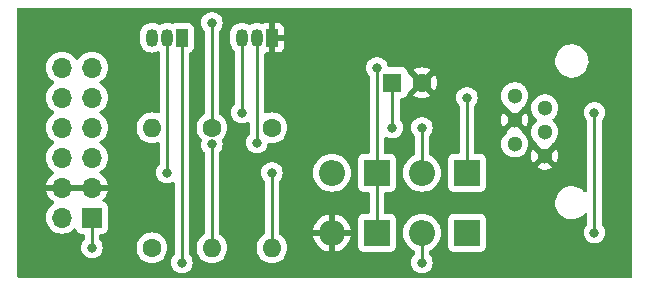
<source format=gbr>
%TF.GenerationSoftware,KiCad,Pcbnew,7.0.7*%
%TF.CreationDate,2023-08-26T11:09:00+02:00*%
%TF.ProjectId,slimme_meter_pmod,736c696d-6d65-45f6-9d65-7465725f706d,rev?*%
%TF.SameCoordinates,Original*%
%TF.FileFunction,Copper,L2,Bot*%
%TF.FilePolarity,Positive*%
%FSLAX46Y46*%
G04 Gerber Fmt 4.6, Leading zero omitted, Abs format (unit mm)*
G04 Created by KiCad (PCBNEW 7.0.7) date 2023-08-26 11:09:00*
%MOMM*%
%LPD*%
G01*
G04 APERTURE LIST*
%TA.AperFunction,ComponentPad*%
%ADD10R,2.200000X2.200000*%
%TD*%
%TA.AperFunction,ComponentPad*%
%ADD11O,2.200000X2.200000*%
%TD*%
%TA.AperFunction,ComponentPad*%
%ADD12R,1.600000X1.600000*%
%TD*%
%TA.AperFunction,ComponentPad*%
%ADD13C,1.600000*%
%TD*%
%TA.AperFunction,ComponentPad*%
%ADD14R,1.050000X1.500000*%
%TD*%
%TA.AperFunction,ComponentPad*%
%ADD15O,1.050000X1.500000*%
%TD*%
%TA.AperFunction,ComponentPad*%
%ADD16R,1.700000X1.700000*%
%TD*%
%TA.AperFunction,ComponentPad*%
%ADD17O,1.700000X1.700000*%
%TD*%
%TA.AperFunction,ComponentPad*%
%ADD18O,1.600000X1.600000*%
%TD*%
%TA.AperFunction,ComponentPad*%
%ADD19C,1.300000*%
%TD*%
%TA.AperFunction,ViaPad*%
%ADD20C,0.800000*%
%TD*%
%TA.AperFunction,Conductor*%
%ADD21C,0.250000*%
%TD*%
G04 APERTURE END LIST*
D10*
%TO.P,D2,1,K*%
%TO.N,Net-(D2-K)*%
X130810000Y-64770000D03*
D11*
%TO.P,D2,2,A*%
%TO.N,+5V*%
X127000000Y-64770000D03*
%TD*%
%TO.P,D4,2,A*%
%TO.N,GND*%
X119380000Y-69850000D03*
D10*
%TO.P,D4,1,K*%
%TO.N,CTS*%
X123190000Y-69850000D03*
%TD*%
%TO.P,D3,1,K*%
%TO.N,CTS*%
X123190000Y-64770000D03*
D11*
%TO.P,D3,2,A*%
%TO.N,~{MCU_DATA_REQUEST}*%
X119380000Y-64770000D03*
%TD*%
D10*
%TO.P,D1,1,K*%
%TO.N,SM_DATA_REQUEST*%
X130810000Y-69850000D03*
D11*
%TO.P,D1,2,A*%
%TO.N,Net-(D1-A)*%
X127000000Y-69850000D03*
%TD*%
D12*
%TO.P,C1,1*%
%TO.N,+5V*%
X124500000Y-57150000D03*
D13*
%TO.P,C1,2*%
%TO.N,GND*%
X127000000Y-57150000D03*
%TD*%
D14*
%TO.P,Q1,1,D*%
%TO.N,Net-(D1-A)*%
X106680000Y-53340000D03*
D15*
%TO.P,Q1,2,G*%
%TO.N,~{MCU_DATA_REQUEST}*%
X105410000Y-53340000D03*
%TO.P,Q1,3,S*%
%TO.N,+5V*%
X104140000Y-53340000D03*
%TD*%
D14*
%TO.P,Q2,1,S*%
%TO.N,GND*%
X114300000Y-53340000D03*
D15*
%TO.P,Q2,2,G*%
%TO.N,~{SM_DATA}*%
X113030000Y-53340000D03*
%TO.P,Q2,3,D*%
%TO.N,MCU_DATA*%
X111760000Y-53340000D03*
%TD*%
D16*
%TO.P,J2,1,Pin_1*%
%TO.N,VCC*%
X99060000Y-68580000D03*
D17*
%TO.P,J2,2,Pin_2*%
X96520000Y-68580000D03*
%TO.P,J2,3,Pin_3*%
%TO.N,GND*%
X99060000Y-66040000D03*
%TO.P,J2,4,Pin_4*%
X96520000Y-66040000D03*
%TO.P,J2,5,Pin_5*%
%TO.N,RTS*%
X99060000Y-63500000D03*
%TO.P,J2,6,Pin_6*%
%TO.N,unconnected-(J2-Pin_6-Pad6)*%
X96520000Y-63500000D03*
%TO.P,J2,7,Pin_7*%
%TO.N,MCU_DATA*%
X99060000Y-60960000D03*
%TO.P,J2,8,Pin_8*%
%TO.N,unconnected-(J2-Pin_8-Pad8)*%
X96520000Y-60960000D03*
%TO.P,J2,9,Pin_9*%
%TO.N,TXD*%
X99060000Y-58420000D03*
%TO.P,J2,10,Pin_10*%
%TO.N,unconnected-(J2-Pin_10-Pad10)*%
X96520000Y-58420000D03*
%TO.P,J2,11,Pin_11*%
%TO.N,CTS*%
X99060000Y-55880000D03*
%TO.P,J2,12,Pin_12*%
%TO.N,unconnected-(J2-Pin_12-Pad12)*%
X96520000Y-55880000D03*
%TD*%
D13*
%TO.P,R2,1*%
%TO.N,+5V*%
X109220000Y-60960000D03*
D18*
%TO.P,R2,2*%
%TO.N,~{SM_DATA}*%
X109220000Y-71120000D03*
%TD*%
D13*
%TO.P,R3,1*%
%TO.N,+5V*%
X114300000Y-60960000D03*
D18*
%TO.P,R3,2*%
%TO.N,~{MCU_DATA_REQUEST}*%
X114300000Y-71120000D03*
%TD*%
D13*
%TO.P,R1,1*%
%TO.N,VCC*%
X104140000Y-71120000D03*
D18*
%TO.P,R1,2*%
%TO.N,MCU_DATA*%
X104140000Y-60960000D03*
%TD*%
D19*
%TO.P,J1,1*%
%TO.N,Net-(D2-K)*%
X134860000Y-58250000D03*
%TO.P,J1,2*%
%TO.N,SM_DATA_REQUEST*%
X137400000Y-59270000D03*
%TO.P,J1,3*%
%TO.N,GND*%
X134860000Y-60290000D03*
%TO.P,J1,4*%
%TO.N,unconnected-(J1-Pad4)*%
X137400000Y-61310000D03*
%TO.P,J1,5*%
%TO.N,~{SM_DATA}*%
X134860000Y-62330000D03*
%TO.P,J1,6*%
%TO.N,GND*%
X137400000Y-63350000D03*
%TD*%
D20*
%TO.N,~{MCU_DATA_REQUEST}*%
X105410000Y-64770000D03*
%TO.N,+5V*%
X127000000Y-60960000D03*
X124500000Y-60960000D03*
%TO.N,CTS*%
X123190000Y-55880000D03*
%TO.N,~{MCU_DATA_REQUEST}*%
X114300000Y-64770000D03*
%TO.N,Net-(D1-A)*%
X127000000Y-72390000D03*
%TO.N,SM_DATA_REQUEST*%
X141605000Y-69850000D03*
X141605000Y-59690000D03*
%TO.N,Net-(D1-A)*%
X106680000Y-72390000D03*
%TO.N,Net-(D2-K)*%
X130810000Y-58420000D03*
%TO.N,+5V*%
X109220000Y-52070000D03*
%TO.N,~{SM_DATA}*%
X109220000Y-62359503D03*
X113030000Y-62230000D03*
%TO.N,MCU_DATA*%
X111760000Y-59690000D03*
%TO.N,VCC*%
X99060000Y-71120000D03*
%TD*%
D21*
%TO.N,~{MCU_DATA_REQUEST}*%
X105410000Y-53340000D02*
X105410000Y-64770000D01*
%TO.N,+5V*%
X127000000Y-60960000D02*
X127000000Y-64770000D01*
X124500000Y-57150000D02*
X124500000Y-60960000D01*
%TO.N,CTS*%
X123190000Y-64770000D02*
X123190000Y-55880000D01*
%TO.N,~{MCU_DATA_REQUEST}*%
X114300000Y-64770000D02*
X114300000Y-71120000D01*
%TO.N,CTS*%
X123190000Y-69850000D02*
X123190000Y-64770000D01*
%TO.N,Net-(D1-A)*%
X127000000Y-72390000D02*
X127000000Y-69850000D01*
%TO.N,SM_DATA_REQUEST*%
X141605000Y-59690000D02*
X141605000Y-69850000D01*
%TO.N,Net-(D1-A)*%
X106680000Y-72390000D02*
X106680000Y-53340000D01*
%TO.N,Net-(D2-K)*%
X130810000Y-64770000D02*
X130810000Y-58420000D01*
%TO.N,+5V*%
X109220000Y-60960000D02*
X109220000Y-52070000D01*
%TO.N,~{SM_DATA}*%
X109220000Y-71120000D02*
X109220000Y-62359503D01*
X113030000Y-62230000D02*
X113030000Y-53340000D01*
%TO.N,MCU_DATA*%
X111760000Y-59690000D02*
X111760000Y-53340000D01*
%TO.N,VCC*%
X99060000Y-71120000D02*
X99060000Y-68580000D01*
%TD*%
%TA.AperFunction,Conductor*%
%TO.N,GND*%
G36*
X98513692Y-65809685D02*
G01*
X98559447Y-65862489D01*
X98569391Y-65931647D01*
X98565631Y-65948933D01*
X98560000Y-65968111D01*
X98560000Y-66111888D01*
X98565631Y-66131067D01*
X98565630Y-66200936D01*
X98527855Y-66259714D01*
X98464299Y-66288738D01*
X98446653Y-66290000D01*
X97133347Y-66290000D01*
X97066308Y-66270315D01*
X97020553Y-66217511D01*
X97010609Y-66148353D01*
X97014369Y-66131067D01*
X97020000Y-66111888D01*
X97020000Y-65968111D01*
X97014369Y-65948933D01*
X97014370Y-65879064D01*
X97052145Y-65820286D01*
X97115701Y-65791262D01*
X97133347Y-65790000D01*
X98446653Y-65790000D01*
X98513692Y-65809685D01*
G37*
%TD.AperFunction*%
%TA.AperFunction,Conductor*%
G36*
X144722539Y-50820185D02*
G01*
X144768294Y-50872989D01*
X144779500Y-50924500D01*
X144779500Y-73535500D01*
X144759815Y-73602539D01*
X144707011Y-73648294D01*
X144655500Y-73659500D01*
X92834500Y-73659500D01*
X92767461Y-73639815D01*
X92721706Y-73587011D01*
X92710500Y-73535500D01*
X92710500Y-68580000D01*
X95164341Y-68580000D01*
X95184936Y-68815403D01*
X95184938Y-68815413D01*
X95246094Y-69043655D01*
X95246096Y-69043659D01*
X95246097Y-69043663D01*
X95318491Y-69198912D01*
X95345965Y-69257830D01*
X95345967Y-69257834D01*
X95386287Y-69315416D01*
X95481505Y-69451401D01*
X95648599Y-69618495D01*
X95725710Y-69672489D01*
X95842165Y-69754032D01*
X95842167Y-69754033D01*
X95842170Y-69754035D01*
X96056337Y-69853903D01*
X96284592Y-69915063D01*
X96461034Y-69930500D01*
X96519999Y-69935659D01*
X96520000Y-69935659D01*
X96520001Y-69935659D01*
X96578966Y-69930500D01*
X96755408Y-69915063D01*
X96983663Y-69853903D01*
X97197830Y-69754035D01*
X97391401Y-69618495D01*
X97513329Y-69496566D01*
X97574648Y-69463084D01*
X97644340Y-69468068D01*
X97700274Y-69509939D01*
X97717189Y-69540917D01*
X97766202Y-69672328D01*
X97766206Y-69672335D01*
X97852452Y-69787544D01*
X97852455Y-69787547D01*
X97967664Y-69873793D01*
X97967671Y-69873797D01*
X98005438Y-69887883D01*
X98102517Y-69924091D01*
X98162127Y-69930500D01*
X98310500Y-69930499D01*
X98377539Y-69950183D01*
X98423294Y-70002987D01*
X98434500Y-70054499D01*
X98434500Y-70421312D01*
X98414815Y-70488351D01*
X98402650Y-70504284D01*
X98327466Y-70587784D01*
X98232821Y-70751715D01*
X98232818Y-70751722D01*
X98186813Y-70893313D01*
X98174326Y-70931744D01*
X98154540Y-71120000D01*
X98174326Y-71308256D01*
X98174327Y-71308259D01*
X98232818Y-71488277D01*
X98232821Y-71488284D01*
X98327467Y-71652216D01*
X98435982Y-71772734D01*
X98454129Y-71792888D01*
X98607265Y-71904148D01*
X98607270Y-71904151D01*
X98780192Y-71981142D01*
X98780197Y-71981144D01*
X98965354Y-72020500D01*
X98965355Y-72020500D01*
X99154644Y-72020500D01*
X99154646Y-72020500D01*
X99339803Y-71981144D01*
X99512730Y-71904151D01*
X99665871Y-71792888D01*
X99792533Y-71652216D01*
X99887179Y-71488284D01*
X99945674Y-71308256D01*
X99965460Y-71120001D01*
X102834532Y-71120001D01*
X102854364Y-71346686D01*
X102854366Y-71346697D01*
X102913258Y-71566488D01*
X102913261Y-71566497D01*
X103009431Y-71772732D01*
X103009432Y-71772734D01*
X103139954Y-71959141D01*
X103300858Y-72120045D01*
X103300861Y-72120047D01*
X103487266Y-72250568D01*
X103693504Y-72346739D01*
X103913308Y-72405635D01*
X104075230Y-72419801D01*
X104139998Y-72425468D01*
X104140000Y-72425468D01*
X104140002Y-72425468D01*
X104196673Y-72420509D01*
X104366692Y-72405635D01*
X104586496Y-72346739D01*
X104792734Y-72250568D01*
X104979139Y-72120047D01*
X105140047Y-71959139D01*
X105270568Y-71772734D01*
X105366739Y-71566496D01*
X105425635Y-71346692D01*
X105445468Y-71120000D01*
X105425635Y-70893308D01*
X105366739Y-70673504D01*
X105270568Y-70467266D01*
X105140047Y-70280861D01*
X105140045Y-70280858D01*
X104979141Y-70119954D01*
X104792734Y-69989432D01*
X104792732Y-69989431D01*
X104586497Y-69893261D01*
X104586488Y-69893258D01*
X104366697Y-69834366D01*
X104366693Y-69834365D01*
X104366692Y-69834365D01*
X104366691Y-69834364D01*
X104366686Y-69834364D01*
X104140002Y-69814532D01*
X104139998Y-69814532D01*
X103913313Y-69834364D01*
X103913302Y-69834366D01*
X103693511Y-69893258D01*
X103693502Y-69893261D01*
X103487267Y-69989431D01*
X103487265Y-69989432D01*
X103300858Y-70119954D01*
X103139954Y-70280858D01*
X103009432Y-70467265D01*
X103009431Y-70467267D01*
X102913261Y-70673502D01*
X102913258Y-70673511D01*
X102854366Y-70893302D01*
X102854364Y-70893313D01*
X102834532Y-71119998D01*
X102834532Y-71120001D01*
X99965460Y-71120001D01*
X99965460Y-71120000D01*
X99945674Y-70931744D01*
X99887179Y-70751716D01*
X99792533Y-70587784D01*
X99784292Y-70578631D01*
X99717350Y-70504284D01*
X99687120Y-70441292D01*
X99685500Y-70421312D01*
X99685500Y-70054499D01*
X99705185Y-69987460D01*
X99757989Y-69941705D01*
X99809500Y-69930499D01*
X99957871Y-69930499D01*
X99957872Y-69930499D01*
X100017483Y-69924091D01*
X100152331Y-69873796D01*
X100267546Y-69787546D01*
X100353796Y-69672331D01*
X100404091Y-69537483D01*
X100410500Y-69477873D01*
X100410499Y-67682128D01*
X100404091Y-67622517D01*
X100402810Y-67619083D01*
X100353797Y-67487671D01*
X100353793Y-67487664D01*
X100267547Y-67372455D01*
X100267544Y-67372452D01*
X100152335Y-67286206D01*
X100152328Y-67286202D01*
X100020401Y-67236997D01*
X99964467Y-67195126D01*
X99940050Y-67129662D01*
X99954902Y-67061389D01*
X99976053Y-67033133D01*
X100098108Y-66911078D01*
X100233600Y-66717578D01*
X100333429Y-66503492D01*
X100333432Y-66503486D01*
X100390636Y-66290000D01*
X99673347Y-66290000D01*
X99606308Y-66270315D01*
X99560553Y-66217511D01*
X99550609Y-66148353D01*
X99554369Y-66131067D01*
X99560000Y-66111888D01*
X99560000Y-65968111D01*
X99554369Y-65948933D01*
X99554370Y-65879064D01*
X99592145Y-65820286D01*
X99655701Y-65791262D01*
X99673347Y-65790000D01*
X100390636Y-65790000D01*
X100390635Y-65789999D01*
X100333432Y-65576513D01*
X100333429Y-65576507D01*
X100233600Y-65362422D01*
X100233599Y-65362420D01*
X100098113Y-65168926D01*
X100098108Y-65168920D01*
X99931078Y-65001890D01*
X99745405Y-64871879D01*
X99701780Y-64817302D01*
X99694588Y-64747804D01*
X99726110Y-64685449D01*
X99745406Y-64668730D01*
X99869635Y-64581744D01*
X99931401Y-64538495D01*
X100098495Y-64371401D01*
X100234035Y-64177830D01*
X100333903Y-63963663D01*
X100395063Y-63735408D01*
X100415659Y-63500000D01*
X100395063Y-63264592D01*
X100333903Y-63036337D01*
X100234035Y-62822171D01*
X100228425Y-62814158D01*
X100098494Y-62628597D01*
X99931402Y-62461506D01*
X99931396Y-62461501D01*
X99745842Y-62331575D01*
X99702217Y-62276998D01*
X99695023Y-62207500D01*
X99726546Y-62145145D01*
X99745842Y-62128425D01*
X99768026Y-62112891D01*
X99931401Y-61998495D01*
X100098495Y-61831401D01*
X100234035Y-61637830D01*
X100333903Y-61423663D01*
X100395063Y-61195408D01*
X100415659Y-60960001D01*
X102834532Y-60960001D01*
X102854364Y-61186686D01*
X102854366Y-61186697D01*
X102913258Y-61406488D01*
X102913261Y-61406497D01*
X103009431Y-61612732D01*
X103009432Y-61612734D01*
X103139954Y-61799141D01*
X103300858Y-61960045D01*
X103300861Y-61960047D01*
X103487266Y-62090568D01*
X103693504Y-62186739D01*
X103913308Y-62245635D01*
X104075230Y-62259801D01*
X104139998Y-62265468D01*
X104140000Y-62265468D01*
X104140002Y-62265468D01*
X104196673Y-62260509D01*
X104366692Y-62245635D01*
X104586496Y-62186739D01*
X104608093Y-62176667D01*
X104677169Y-62166173D01*
X104740954Y-62194691D01*
X104779195Y-62253167D01*
X104784500Y-62289048D01*
X104784500Y-64071312D01*
X104764815Y-64138351D01*
X104752650Y-64154284D01*
X104677466Y-64237784D01*
X104582821Y-64401715D01*
X104582818Y-64401722D01*
X104524327Y-64581740D01*
X104524326Y-64581744D01*
X104504540Y-64770000D01*
X104524326Y-64958256D01*
X104524327Y-64958259D01*
X104582818Y-65138277D01*
X104582821Y-65138284D01*
X104677467Y-65302216D01*
X104765500Y-65399986D01*
X104804129Y-65442888D01*
X104957265Y-65554148D01*
X104957270Y-65554151D01*
X105130192Y-65631142D01*
X105130197Y-65631144D01*
X105315354Y-65670500D01*
X105315355Y-65670500D01*
X105504644Y-65670500D01*
X105504646Y-65670500D01*
X105689803Y-65631144D01*
X105862730Y-65554151D01*
X105862733Y-65554148D01*
X105868363Y-65550899D01*
X105869904Y-65553569D01*
X105922948Y-65534415D01*
X105991062Y-65549980D01*
X106039948Y-65599900D01*
X106054500Y-65658185D01*
X106054500Y-71691312D01*
X106034815Y-71758351D01*
X106022650Y-71774284D01*
X105947466Y-71857784D01*
X105852821Y-72021715D01*
X105852818Y-72021722D01*
X105794327Y-72201740D01*
X105794326Y-72201744D01*
X105774540Y-72390000D01*
X105794326Y-72578256D01*
X105794327Y-72578259D01*
X105852818Y-72758277D01*
X105852821Y-72758284D01*
X105947467Y-72922216D01*
X106074128Y-73062888D01*
X106074129Y-73062888D01*
X106227265Y-73174148D01*
X106227270Y-73174151D01*
X106400192Y-73251142D01*
X106400197Y-73251144D01*
X106585354Y-73290500D01*
X106585355Y-73290500D01*
X106774644Y-73290500D01*
X106774646Y-73290500D01*
X106959803Y-73251144D01*
X107132730Y-73174151D01*
X107285871Y-73062888D01*
X107412533Y-72922216D01*
X107507179Y-72758284D01*
X107565674Y-72578256D01*
X107585460Y-72390000D01*
X107565674Y-72201744D01*
X107507179Y-72021716D01*
X107412533Y-71857784D01*
X107337350Y-71774284D01*
X107307120Y-71711292D01*
X107305500Y-71691312D01*
X107305500Y-71120001D01*
X107914532Y-71120001D01*
X107934364Y-71346686D01*
X107934366Y-71346697D01*
X107993258Y-71566488D01*
X107993261Y-71566497D01*
X108089431Y-71772732D01*
X108089432Y-71772734D01*
X108219954Y-71959141D01*
X108380858Y-72120045D01*
X108380861Y-72120047D01*
X108567266Y-72250568D01*
X108773504Y-72346739D01*
X108993308Y-72405635D01*
X109155230Y-72419801D01*
X109219998Y-72425468D01*
X109220000Y-72425468D01*
X109220002Y-72425468D01*
X109276673Y-72420509D01*
X109446692Y-72405635D01*
X109666496Y-72346739D01*
X109872734Y-72250568D01*
X110059139Y-72120047D01*
X110220047Y-71959139D01*
X110350568Y-71772734D01*
X110446739Y-71566496D01*
X110505635Y-71346692D01*
X110525468Y-71120001D01*
X112994532Y-71120001D01*
X113014364Y-71346686D01*
X113014366Y-71346697D01*
X113073258Y-71566488D01*
X113073261Y-71566497D01*
X113169431Y-71772732D01*
X113169432Y-71772734D01*
X113299954Y-71959141D01*
X113460858Y-72120045D01*
X113460861Y-72120047D01*
X113647266Y-72250568D01*
X113853504Y-72346739D01*
X114073308Y-72405635D01*
X114235230Y-72419801D01*
X114299998Y-72425468D01*
X114300000Y-72425468D01*
X114300002Y-72425468D01*
X114356673Y-72420509D01*
X114526692Y-72405635D01*
X114746496Y-72346739D01*
X114952734Y-72250568D01*
X115139139Y-72120047D01*
X115300047Y-71959139D01*
X115430568Y-71772734D01*
X115526739Y-71566496D01*
X115585635Y-71346692D01*
X115605468Y-71120000D01*
X115585635Y-70893308D01*
X115526739Y-70673504D01*
X115430568Y-70467266D01*
X115300047Y-70280861D01*
X115300045Y-70280858D01*
X115139140Y-70119953D01*
X115110644Y-70100000D01*
X117794728Y-70100000D01*
X117794811Y-70101067D01*
X117853603Y-70345956D01*
X117949980Y-70578631D01*
X118081568Y-70793362D01*
X118081571Y-70793367D01*
X118245130Y-70984869D01*
X118436632Y-71148428D01*
X118436637Y-71148431D01*
X118651368Y-71280019D01*
X118884043Y-71376396D01*
X119128932Y-71435188D01*
X119130000Y-71435271D01*
X119130000Y-70514652D01*
X119149685Y-70447613D01*
X119202489Y-70401858D01*
X119271647Y-70391914D01*
X119287447Y-70395248D01*
X119304404Y-70400000D01*
X119304406Y-70400000D01*
X119417622Y-70400000D01*
X119489116Y-70390173D01*
X119558210Y-70400545D01*
X119610729Y-70446627D01*
X119630000Y-70513018D01*
X119630000Y-71435271D01*
X119631067Y-71435188D01*
X119875956Y-71376396D01*
X120108631Y-71280019D01*
X120323362Y-71148431D01*
X120323367Y-71148428D01*
X120499647Y-70997870D01*
X121589500Y-70997870D01*
X121589501Y-70997876D01*
X121595908Y-71057483D01*
X121646202Y-71192328D01*
X121646206Y-71192335D01*
X121732452Y-71307544D01*
X121732455Y-71307547D01*
X121847664Y-71393793D01*
X121847671Y-71393797D01*
X121982517Y-71444091D01*
X121982516Y-71444091D01*
X121989444Y-71444835D01*
X122042127Y-71450500D01*
X124337872Y-71450499D01*
X124397483Y-71444091D01*
X124532331Y-71393796D01*
X124647546Y-71307546D01*
X124733796Y-71192331D01*
X124784091Y-71057483D01*
X124790500Y-70997873D01*
X124790499Y-69850000D01*
X125394551Y-69850000D01*
X125414317Y-70101151D01*
X125473126Y-70346110D01*
X125569533Y-70578859D01*
X125701160Y-70793653D01*
X125701161Y-70793656D01*
X125701164Y-70793659D01*
X125864776Y-70985224D01*
X126013066Y-71111875D01*
X126056343Y-71148838D01*
X126056346Y-71148839D01*
X126270411Y-71280019D01*
X126271141Y-71280466D01*
X126297951Y-71291570D01*
X126352355Y-71335410D01*
X126374421Y-71401703D01*
X126374500Y-71406132D01*
X126374500Y-71691312D01*
X126354815Y-71758351D01*
X126342650Y-71774284D01*
X126267466Y-71857784D01*
X126172821Y-72021715D01*
X126172818Y-72021722D01*
X126114327Y-72201740D01*
X126114326Y-72201744D01*
X126094540Y-72390000D01*
X126114326Y-72578256D01*
X126114327Y-72578259D01*
X126172818Y-72758277D01*
X126172821Y-72758284D01*
X126267467Y-72922216D01*
X126394128Y-73062888D01*
X126394129Y-73062888D01*
X126547265Y-73174148D01*
X126547270Y-73174151D01*
X126720192Y-73251142D01*
X126720197Y-73251144D01*
X126905354Y-73290500D01*
X126905355Y-73290500D01*
X127094644Y-73290500D01*
X127094646Y-73290500D01*
X127279803Y-73251144D01*
X127452730Y-73174151D01*
X127605871Y-73062888D01*
X127732533Y-72922216D01*
X127827179Y-72758284D01*
X127885674Y-72578256D01*
X127905460Y-72390000D01*
X127885674Y-72201744D01*
X127827179Y-72021716D01*
X127732533Y-71857784D01*
X127657350Y-71774284D01*
X127627120Y-71711292D01*
X127625500Y-71691312D01*
X127625500Y-71406132D01*
X127645185Y-71339093D01*
X127697989Y-71293338D01*
X127702027Y-71291579D01*
X127728859Y-71280466D01*
X127943659Y-71148836D01*
X128120417Y-70997870D01*
X129209500Y-70997870D01*
X129209501Y-70997876D01*
X129215908Y-71057483D01*
X129266202Y-71192328D01*
X129266206Y-71192335D01*
X129352452Y-71307544D01*
X129352455Y-71307547D01*
X129467664Y-71393793D01*
X129467671Y-71393797D01*
X129602517Y-71444091D01*
X129602516Y-71444091D01*
X129609444Y-71444835D01*
X129662127Y-71450500D01*
X131957872Y-71450499D01*
X132017483Y-71444091D01*
X132152331Y-71393796D01*
X132267546Y-71307546D01*
X132353796Y-71192331D01*
X132404091Y-71057483D01*
X132410500Y-70997873D01*
X132410499Y-68702128D01*
X132404091Y-68642517D01*
X132380773Y-68579999D01*
X132353797Y-68507671D01*
X132353793Y-68507664D01*
X132267547Y-68392455D01*
X132267544Y-68392452D01*
X132152335Y-68306206D01*
X132152328Y-68306202D01*
X132017482Y-68255908D01*
X132017483Y-68255908D01*
X131957883Y-68249501D01*
X131957881Y-68249500D01*
X131957873Y-68249500D01*
X131957864Y-68249500D01*
X129662129Y-68249500D01*
X129662123Y-68249501D01*
X129602516Y-68255908D01*
X129467671Y-68306202D01*
X129467664Y-68306206D01*
X129352455Y-68392452D01*
X129352452Y-68392455D01*
X129266206Y-68507664D01*
X129266202Y-68507671D01*
X129215908Y-68642517D01*
X129212931Y-68670211D01*
X129209501Y-68702123D01*
X129209500Y-68702135D01*
X129209500Y-70997870D01*
X128120417Y-70997870D01*
X128135224Y-70985224D01*
X128298836Y-70793659D01*
X128430466Y-70578859D01*
X128526873Y-70346111D01*
X128585683Y-70101148D01*
X128605449Y-69850000D01*
X128585683Y-69598852D01*
X128526873Y-69353889D01*
X128508622Y-69309826D01*
X128430466Y-69121140D01*
X128298839Y-68906346D01*
X128298838Y-68906343D01*
X128221172Y-68815408D01*
X128135224Y-68714776D01*
X127977422Y-68580000D01*
X127943656Y-68551161D01*
X127943653Y-68551160D01*
X127728859Y-68419533D01*
X127496110Y-68323126D01*
X127251151Y-68264317D01*
X127000000Y-68244551D01*
X126748848Y-68264317D01*
X126503889Y-68323126D01*
X126271140Y-68419533D01*
X126056346Y-68551160D01*
X126056343Y-68551161D01*
X125864776Y-68714776D01*
X125701161Y-68906343D01*
X125701160Y-68906346D01*
X125569533Y-69121140D01*
X125473126Y-69353889D01*
X125414317Y-69598848D01*
X125394551Y-69850000D01*
X124790499Y-69850000D01*
X124790499Y-68702128D01*
X124784091Y-68642517D01*
X124760773Y-68579999D01*
X124733797Y-68507671D01*
X124733793Y-68507664D01*
X124647547Y-68392455D01*
X124647544Y-68392452D01*
X124532335Y-68306206D01*
X124532328Y-68306202D01*
X124397482Y-68255908D01*
X124397483Y-68255908D01*
X124337883Y-68249501D01*
X124337881Y-68249500D01*
X124337873Y-68249500D01*
X124337865Y-68249500D01*
X123939500Y-68249500D01*
X123872461Y-68229815D01*
X123826706Y-68177011D01*
X123815500Y-68125500D01*
X123815500Y-67250346D01*
X138295702Y-67250346D01*
X138305819Y-67488528D01*
X138305819Y-67488532D01*
X138356045Y-67721580D01*
X138420941Y-67883077D01*
X138444936Y-67942790D01*
X138551797Y-68116344D01*
X138569932Y-68145796D01*
X138674678Y-68264811D01*
X138727436Y-68324755D01*
X138912920Y-68474523D01*
X139121046Y-68590790D01*
X139345828Y-68670211D01*
X139345829Y-68670211D01*
X139580790Y-68710499D01*
X139580798Y-68710499D01*
X139580800Y-68710500D01*
X139580801Y-68710500D01*
X139759502Y-68710500D01*
X139937536Y-68695347D01*
X139937539Y-68695346D01*
X139937541Y-68695346D01*
X140168249Y-68635275D01*
X140353429Y-68551568D01*
X140385480Y-68537080D01*
X140385481Y-68537078D01*
X140385486Y-68537077D01*
X140583003Y-68403579D01*
X140755118Y-68238621D01*
X140755802Y-68237695D01*
X140756192Y-68237400D01*
X140758598Y-68234667D01*
X140759153Y-68235156D01*
X140811491Y-68195500D01*
X140881152Y-68190109D01*
X140942669Y-68223237D01*
X140976511Y-68284364D01*
X140979500Y-68311427D01*
X140979500Y-69151312D01*
X140959815Y-69218351D01*
X140947650Y-69234284D01*
X140872466Y-69317784D01*
X140777821Y-69481715D01*
X140777818Y-69481722D01*
X140731575Y-69624045D01*
X140719326Y-69661744D01*
X140699540Y-69850000D01*
X140719326Y-70038256D01*
X140719327Y-70038259D01*
X140777818Y-70218277D01*
X140777821Y-70218284D01*
X140872467Y-70382216D01*
X140950529Y-70468912D01*
X140999129Y-70522888D01*
X141152265Y-70634148D01*
X141152270Y-70634151D01*
X141325192Y-70711142D01*
X141325197Y-70711144D01*
X141510354Y-70750500D01*
X141510355Y-70750500D01*
X141699644Y-70750500D01*
X141699646Y-70750500D01*
X141884803Y-70711144D01*
X142057730Y-70634151D01*
X142210871Y-70522888D01*
X142337533Y-70382216D01*
X142432179Y-70218284D01*
X142490674Y-70038256D01*
X142510460Y-69850000D01*
X142490674Y-69661744D01*
X142432179Y-69481716D01*
X142337533Y-69317784D01*
X142321028Y-69299453D01*
X142262350Y-69234284D01*
X142232120Y-69171292D01*
X142230500Y-69151312D01*
X142230500Y-60388687D01*
X142250185Y-60321648D01*
X142262350Y-60305715D01*
X142283549Y-60282171D01*
X142337533Y-60222216D01*
X142432179Y-60058284D01*
X142490674Y-59878256D01*
X142510460Y-59690000D01*
X142490674Y-59501744D01*
X142432179Y-59321716D01*
X142337533Y-59157784D01*
X142210871Y-59017112D01*
X142210870Y-59017111D01*
X142057734Y-58905851D01*
X142057729Y-58905848D01*
X141884807Y-58828857D01*
X141884802Y-58828855D01*
X141739000Y-58797865D01*
X141699646Y-58789500D01*
X141510354Y-58789500D01*
X141477897Y-58796398D01*
X141325197Y-58828855D01*
X141325192Y-58828857D01*
X141152270Y-58905848D01*
X141152265Y-58905851D01*
X140999129Y-59017111D01*
X140872466Y-59157785D01*
X140777821Y-59321715D01*
X140777818Y-59321722D01*
X140719327Y-59501740D01*
X140719326Y-59501744D01*
X140699540Y-59690000D01*
X140719326Y-59878256D01*
X140719327Y-59878259D01*
X140777818Y-60058277D01*
X140777821Y-60058284D01*
X140872467Y-60222216D01*
X140894938Y-60247172D01*
X140947650Y-60305715D01*
X140977880Y-60368706D01*
X140979500Y-60388687D01*
X140979500Y-66315413D01*
X140959815Y-66382452D01*
X140907011Y-66428207D01*
X140837853Y-66438151D01*
X140774297Y-66409126D01*
X140762417Y-66397337D01*
X140672564Y-66295245D01*
X140641689Y-66270315D01*
X140487080Y-66145477D01*
X140349891Y-66068838D01*
X140278955Y-66029210D01*
X140054170Y-65949788D01*
X139819209Y-65909500D01*
X139819200Y-65909500D01*
X139640503Y-65909500D01*
X139640498Y-65909500D01*
X139462463Y-65924652D01*
X139231751Y-65984724D01*
X139014519Y-66082919D01*
X139014511Y-66082924D01*
X138817006Y-66216413D01*
X138816997Y-66216421D01*
X138644881Y-66381379D01*
X138503123Y-66573050D01*
X138503120Y-66573054D01*
X138395796Y-66785920D01*
X138395793Y-66785926D01*
X138325983Y-67013878D01*
X138295702Y-67250346D01*
X123815500Y-67250346D01*
X123815500Y-66494499D01*
X123835185Y-66427460D01*
X123887989Y-66381705D01*
X123939500Y-66370499D01*
X124337871Y-66370499D01*
X124337872Y-66370499D01*
X124397483Y-66364091D01*
X124532331Y-66313796D01*
X124647546Y-66227546D01*
X124733796Y-66112331D01*
X124784091Y-65977483D01*
X124790500Y-65917873D01*
X124790499Y-64769999D01*
X125394551Y-64769999D01*
X125414317Y-65021151D01*
X125473126Y-65266110D01*
X125569533Y-65498859D01*
X125701160Y-65713653D01*
X125701161Y-65713656D01*
X125701164Y-65713659D01*
X125864776Y-65905224D01*
X125957859Y-65984724D01*
X126056343Y-66068838D01*
X126056346Y-66068839D01*
X126271140Y-66200466D01*
X126414179Y-66259714D01*
X126503889Y-66296873D01*
X126748852Y-66355683D01*
X127000000Y-66375449D01*
X127251148Y-66355683D01*
X127496111Y-66296873D01*
X127728859Y-66200466D01*
X127943659Y-66068836D01*
X128120417Y-65917870D01*
X129209500Y-65917870D01*
X129209501Y-65917876D01*
X129215908Y-65977483D01*
X129266202Y-66112328D01*
X129266206Y-66112335D01*
X129352452Y-66227544D01*
X129352455Y-66227547D01*
X129467664Y-66313793D01*
X129467671Y-66313797D01*
X129602517Y-66364091D01*
X129602516Y-66364091D01*
X129609444Y-66364835D01*
X129662127Y-66370500D01*
X131957872Y-66370499D01*
X132017483Y-66364091D01*
X132152331Y-66313796D01*
X132267546Y-66227546D01*
X132353796Y-66112331D01*
X132404091Y-65977483D01*
X132410500Y-65917873D01*
X132410499Y-63622128D01*
X132404091Y-63562517D01*
X132398391Y-63547235D01*
X132353797Y-63427671D01*
X132353793Y-63427664D01*
X132267547Y-63312455D01*
X132267544Y-63312452D01*
X132152335Y-63226206D01*
X132152328Y-63226202D01*
X132017482Y-63175908D01*
X132017483Y-63175908D01*
X131957883Y-63169501D01*
X131957881Y-63169500D01*
X131957873Y-63169500D01*
X131957865Y-63169500D01*
X131559500Y-63169500D01*
X131492461Y-63149815D01*
X131446706Y-63097011D01*
X131435500Y-63045500D01*
X131435500Y-62330000D01*
X133704570Y-62330000D01*
X133724244Y-62542310D01*
X133782596Y-62747392D01*
X133782596Y-62747394D01*
X133877632Y-62938253D01*
X133993090Y-63091142D01*
X134006128Y-63108407D01*
X134163698Y-63252052D01*
X134344981Y-63364298D01*
X134543802Y-63441321D01*
X134753390Y-63480500D01*
X134753392Y-63480500D01*
X134966608Y-63480500D01*
X134966610Y-63480500D01*
X135176198Y-63441321D01*
X135375019Y-63364298D01*
X135556302Y-63252052D01*
X135713872Y-63108407D01*
X135842366Y-62938255D01*
X135845091Y-62932783D01*
X135937403Y-62747394D01*
X135937403Y-62747393D01*
X135937405Y-62747389D01*
X135995756Y-62542310D01*
X136015429Y-62330000D01*
X135995756Y-62117690D01*
X135937405Y-61912611D01*
X135937403Y-61912606D01*
X135937403Y-61912605D01*
X135842367Y-61721746D01*
X135713872Y-61551593D01*
X135648737Y-61492214D01*
X135556302Y-61407948D01*
X135556300Y-61407946D01*
X135556297Y-61407944D01*
X135533340Y-61393729D01*
X135486706Y-61341700D01*
X135481433Y-61310000D01*
X136244571Y-61310000D01*
X136264244Y-61522310D01*
X136320989Y-61721746D01*
X136322596Y-61727392D01*
X136322596Y-61727394D01*
X136417632Y-61918253D01*
X136516359Y-62048987D01*
X136546128Y-62088407D01*
X136703698Y-62232052D01*
X136725632Y-62245633D01*
X136726656Y-62246267D01*
X136773291Y-62298295D01*
X136784552Y-62365983D01*
X136782991Y-62379437D01*
X137216133Y-62812580D01*
X137249618Y-62873903D01*
X137244634Y-62943595D01*
X137202762Y-62999528D01*
X137184748Y-63010745D01*
X137161956Y-63022358D01*
X137161949Y-63022363D01*
X137072363Y-63111949D01*
X137072358Y-63111956D01*
X137060745Y-63134748D01*
X137012770Y-63185544D01*
X136944949Y-63202338D01*
X136878814Y-63179800D01*
X136862580Y-63166133D01*
X136426835Y-62730389D01*
X136418056Y-62742015D01*
X136323066Y-62932783D01*
X136323058Y-62932803D01*
X136264738Y-63137780D01*
X136264737Y-63137783D01*
X136245073Y-63349999D01*
X136245073Y-63350000D01*
X136264737Y-63562216D01*
X136264738Y-63562219D01*
X136323058Y-63767196D01*
X136323066Y-63767216D01*
X136418060Y-63957990D01*
X136426834Y-63969609D01*
X136862579Y-63533865D01*
X136923902Y-63500380D01*
X136993593Y-63505364D01*
X137049527Y-63547235D01*
X137060744Y-63565250D01*
X137072358Y-63588044D01*
X137072363Y-63588050D01*
X137161949Y-63677636D01*
X137161951Y-63677637D01*
X137161955Y-63677641D01*
X137184747Y-63689254D01*
X137235542Y-63737228D01*
X137252337Y-63805049D01*
X137229799Y-63871184D01*
X137216132Y-63887419D01*
X136782991Y-64320560D01*
X136782992Y-64320561D01*
X136885201Y-64383845D01*
X136885210Y-64383850D01*
X137083936Y-64460836D01*
X137083941Y-64460837D01*
X137293439Y-64500000D01*
X137506561Y-64500000D01*
X137716058Y-64460837D01*
X137716063Y-64460836D01*
X137914789Y-64383850D01*
X137914793Y-64383848D01*
X138017007Y-64320560D01*
X137583866Y-63887419D01*
X137550381Y-63826096D01*
X137555365Y-63756404D01*
X137597237Y-63700471D01*
X137615245Y-63689258D01*
X137638045Y-63677641D01*
X137727641Y-63588045D01*
X137739254Y-63565252D01*
X137787225Y-63514458D01*
X137855046Y-63497661D01*
X137921181Y-63520197D01*
X137937419Y-63533866D01*
X138373163Y-63969610D01*
X138381935Y-63957996D01*
X138381938Y-63957991D01*
X138476935Y-63767211D01*
X138476941Y-63767196D01*
X138535261Y-63562219D01*
X138535262Y-63562216D01*
X138554927Y-63350000D01*
X138554927Y-63349999D01*
X138535262Y-63137783D01*
X138535261Y-63137780D01*
X138476941Y-62932803D01*
X138476933Y-62932783D01*
X138381940Y-62742010D01*
X138373163Y-62730388D01*
X137937419Y-63166132D01*
X137876096Y-63199617D01*
X137806404Y-63194633D01*
X137750471Y-63152761D01*
X137739256Y-63134751D01*
X137727641Y-63111955D01*
X137727637Y-63111951D01*
X137727636Y-63111949D01*
X137638050Y-63022363D01*
X137638046Y-63022360D01*
X137638045Y-63022359D01*
X137621936Y-63014151D01*
X137615250Y-63010744D01*
X137564454Y-62962769D01*
X137547660Y-62894948D01*
X137570198Y-62828813D01*
X137583865Y-62812579D01*
X138017006Y-62379438D01*
X138015446Y-62365985D01*
X138027273Y-62297123D01*
X138073342Y-62246268D01*
X138096302Y-62232052D01*
X138253872Y-62088407D01*
X138382366Y-61918255D01*
X138469060Y-61744149D01*
X138477403Y-61727394D01*
X138477403Y-61727393D01*
X138477405Y-61727389D01*
X138535756Y-61522310D01*
X138555429Y-61310000D01*
X138535756Y-61097690D01*
X138477405Y-60892611D01*
X138477403Y-60892606D01*
X138477403Y-60892605D01*
X138382367Y-60701746D01*
X138253872Y-60531593D01*
X138205214Y-60487235D01*
X138096302Y-60387948D01*
X138096300Y-60387946D01*
X138092065Y-60384086D01*
X138093142Y-60382903D01*
X138055995Y-60332839D01*
X138051307Y-60263126D01*
X138085052Y-60201946D01*
X138093002Y-60195059D01*
X138096297Y-60192054D01*
X138096302Y-60192052D01*
X138253872Y-60048407D01*
X138382366Y-59878255D01*
X138408589Y-59825592D01*
X138477403Y-59687394D01*
X138477403Y-59687393D01*
X138477405Y-59687389D01*
X138535756Y-59482310D01*
X138555429Y-59270000D01*
X138535756Y-59057690D01*
X138477405Y-58852611D01*
X138477403Y-58852606D01*
X138477403Y-58852605D01*
X138382367Y-58661746D01*
X138253872Y-58491593D01*
X138221750Y-58462310D01*
X138096302Y-58347948D01*
X137915019Y-58235702D01*
X137915017Y-58235701D01*
X137783072Y-58184586D01*
X137716198Y-58158679D01*
X137506610Y-58119500D01*
X137293390Y-58119500D01*
X137083802Y-58158679D01*
X137083799Y-58158679D01*
X137083799Y-58158680D01*
X136884982Y-58235701D01*
X136884980Y-58235702D01*
X136703699Y-58347947D01*
X136546127Y-58491593D01*
X136417632Y-58661746D01*
X136322596Y-58852605D01*
X136322596Y-58852607D01*
X136264244Y-59057689D01*
X136260525Y-59097830D01*
X136244571Y-59270000D01*
X136264244Y-59482310D01*
X136306536Y-59630950D01*
X136322596Y-59687392D01*
X136322596Y-59687394D01*
X136417632Y-59878253D01*
X136479332Y-59959956D01*
X136546128Y-60048407D01*
X136703698Y-60192052D01*
X136703699Y-60192053D01*
X136707935Y-60195914D01*
X136706858Y-60197095D01*
X136744007Y-60247172D01*
X136748688Y-60316885D01*
X136714937Y-60378062D01*
X136706984Y-60384952D01*
X136546127Y-60531593D01*
X136417632Y-60701746D01*
X136322596Y-60892605D01*
X136322596Y-60892607D01*
X136303421Y-60960001D01*
X136264244Y-61097690D01*
X136244571Y-61310000D01*
X135481433Y-61310000D01*
X135475446Y-61274013D01*
X135477006Y-61260560D01*
X135043866Y-60827419D01*
X135010381Y-60766096D01*
X135015365Y-60696404D01*
X135057237Y-60640471D01*
X135075245Y-60629258D01*
X135098045Y-60617641D01*
X135187641Y-60528045D01*
X135199254Y-60505252D01*
X135247225Y-60454458D01*
X135315046Y-60437661D01*
X135381181Y-60460197D01*
X135397419Y-60473866D01*
X135833163Y-60909610D01*
X135841935Y-60897996D01*
X135841938Y-60897991D01*
X135936935Y-60707211D01*
X135936941Y-60707196D01*
X135995261Y-60502219D01*
X135995262Y-60502216D01*
X136014927Y-60290000D01*
X136014927Y-60289999D01*
X135995262Y-60077783D01*
X135995261Y-60077780D01*
X135936941Y-59872803D01*
X135936933Y-59872783D01*
X135841940Y-59682010D01*
X135833163Y-59670388D01*
X135397419Y-60106132D01*
X135336096Y-60139617D01*
X135266404Y-60134633D01*
X135210471Y-60092761D01*
X135199256Y-60074751D01*
X135187641Y-60051955D01*
X135187637Y-60051951D01*
X135187636Y-60051949D01*
X135098050Y-59962363D01*
X135098046Y-59962360D01*
X135098045Y-59962359D01*
X135093323Y-59959953D01*
X135075250Y-59950744D01*
X135024454Y-59902769D01*
X135007660Y-59834948D01*
X135030198Y-59768813D01*
X135043865Y-59752579D01*
X135477006Y-59319438D01*
X135475446Y-59305985D01*
X135487273Y-59237123D01*
X135533342Y-59186268D01*
X135556302Y-59172052D01*
X135713872Y-59028407D01*
X135842366Y-58858255D01*
X135937405Y-58667389D01*
X135995756Y-58462310D01*
X136015429Y-58250000D01*
X135995756Y-58037690D01*
X135937405Y-57832611D01*
X135937403Y-57832606D01*
X135937403Y-57832605D01*
X135842367Y-57641746D01*
X135713872Y-57471593D01*
X135622230Y-57388050D01*
X135556302Y-57327948D01*
X135375019Y-57215702D01*
X135375017Y-57215701D01*
X135205413Y-57149997D01*
X135176198Y-57138679D01*
X134966610Y-57099500D01*
X134753390Y-57099500D01*
X134543802Y-57138679D01*
X134543799Y-57138679D01*
X134543799Y-57138680D01*
X134344982Y-57215701D01*
X134344980Y-57215702D01*
X134163699Y-57327947D01*
X134006127Y-57471593D01*
X133877632Y-57641746D01*
X133782596Y-57832605D01*
X133782596Y-57832607D01*
X133724244Y-58037689D01*
X133704570Y-58249999D01*
X133704570Y-58250000D01*
X133716271Y-58376265D01*
X133724244Y-58462310D01*
X133780989Y-58661746D01*
X133782596Y-58667392D01*
X133782596Y-58667394D01*
X133877632Y-58858253D01*
X133997598Y-59017112D01*
X134006128Y-59028407D01*
X134163698Y-59172052D01*
X134186653Y-59186265D01*
X134186656Y-59186267D01*
X134233291Y-59238295D01*
X134244552Y-59305983D01*
X134242991Y-59319437D01*
X134676133Y-59752580D01*
X134709618Y-59813903D01*
X134704634Y-59883595D01*
X134662762Y-59939528D01*
X134644748Y-59950745D01*
X134621956Y-59962358D01*
X134621949Y-59962363D01*
X134532363Y-60051949D01*
X134532358Y-60051956D01*
X134520745Y-60074748D01*
X134472770Y-60125544D01*
X134404949Y-60142338D01*
X134338814Y-60119800D01*
X134322580Y-60106133D01*
X133886835Y-59670389D01*
X133878056Y-59682015D01*
X133783066Y-59872783D01*
X133783058Y-59872803D01*
X133724738Y-60077780D01*
X133724737Y-60077783D01*
X133705073Y-60289999D01*
X133705073Y-60290000D01*
X133724737Y-60502216D01*
X133724738Y-60502219D01*
X133783058Y-60707196D01*
X133783066Y-60707216D01*
X133878060Y-60897990D01*
X133886834Y-60909609D01*
X134322579Y-60473865D01*
X134383902Y-60440380D01*
X134453593Y-60445364D01*
X134509527Y-60487235D01*
X134520744Y-60505250D01*
X134528209Y-60519900D01*
X134532358Y-60528044D01*
X134532363Y-60528050D01*
X134621949Y-60617636D01*
X134621951Y-60617637D01*
X134621955Y-60617641D01*
X134644747Y-60629254D01*
X134695542Y-60677228D01*
X134712337Y-60745049D01*
X134689799Y-60811184D01*
X134676132Y-60827419D01*
X134242991Y-61260561D01*
X134244552Y-61274016D01*
X134232724Y-61342877D01*
X134186659Y-61393730D01*
X134163700Y-61407946D01*
X134006127Y-61551593D01*
X133877632Y-61721746D01*
X133782596Y-61912605D01*
X133782596Y-61912607D01*
X133724244Y-62117689D01*
X133704570Y-62329999D01*
X133704570Y-62330000D01*
X131435500Y-62330000D01*
X131435500Y-59118687D01*
X131455185Y-59051648D01*
X131467350Y-59035715D01*
X131507330Y-58991312D01*
X131542533Y-58952216D01*
X131637179Y-58788284D01*
X131695674Y-58608256D01*
X131715460Y-58420000D01*
X131695674Y-58231744D01*
X131637179Y-58051716D01*
X131542533Y-57887784D01*
X131415871Y-57747112D01*
X131415870Y-57747111D01*
X131262734Y-57635851D01*
X131262729Y-57635848D01*
X131089807Y-57558857D01*
X131089802Y-57558855D01*
X130944001Y-57527865D01*
X130904646Y-57519500D01*
X130715354Y-57519500D01*
X130682897Y-57526398D01*
X130530197Y-57558855D01*
X130530192Y-57558857D01*
X130357270Y-57635848D01*
X130357265Y-57635851D01*
X130204129Y-57747111D01*
X130077466Y-57887785D01*
X129982821Y-58051715D01*
X129982818Y-58051722D01*
X129925209Y-58229025D01*
X129924326Y-58231744D01*
X129904540Y-58420000D01*
X129924326Y-58608256D01*
X129924327Y-58608259D01*
X129982818Y-58788277D01*
X129982821Y-58788284D01*
X130077467Y-58952216D01*
X130112670Y-58991312D01*
X130152650Y-59035715D01*
X130182880Y-59098706D01*
X130184500Y-59118687D01*
X130184500Y-63045500D01*
X130164815Y-63112539D01*
X130112011Y-63158294D01*
X130060500Y-63169500D01*
X129662129Y-63169500D01*
X129662123Y-63169501D01*
X129602516Y-63175908D01*
X129467671Y-63226202D01*
X129467664Y-63226206D01*
X129352455Y-63312452D01*
X129352452Y-63312455D01*
X129266206Y-63427664D01*
X129266202Y-63427671D01*
X129215908Y-63562517D01*
X129209501Y-63622116D01*
X129209501Y-63622123D01*
X129209500Y-63622135D01*
X129209500Y-65917870D01*
X128120417Y-65917870D01*
X128135224Y-65905224D01*
X128298836Y-65713659D01*
X128430466Y-65498859D01*
X128526873Y-65266111D01*
X128585683Y-65021148D01*
X128605449Y-64770000D01*
X128585683Y-64518852D01*
X128526873Y-64273889D01*
X128453650Y-64097112D01*
X128430466Y-64041140D01*
X128298839Y-63826346D01*
X128298838Y-63826343D01*
X128239104Y-63756404D01*
X128135224Y-63634776D01*
X127977422Y-63500000D01*
X127943656Y-63471161D01*
X127943653Y-63471160D01*
X127728858Y-63339533D01*
X127728857Y-63339532D01*
X127702045Y-63328426D01*
X127647642Y-63284584D01*
X127625579Y-63218289D01*
X127625500Y-63213866D01*
X127625500Y-61658687D01*
X127645185Y-61591648D01*
X127657350Y-61575715D01*
X127697330Y-61531312D01*
X127732533Y-61492216D01*
X127827179Y-61328284D01*
X127885674Y-61148256D01*
X127905460Y-60960000D01*
X127885674Y-60771744D01*
X127827179Y-60591716D01*
X127732533Y-60427784D01*
X127605871Y-60287112D01*
X127605870Y-60287111D01*
X127452734Y-60175851D01*
X127452729Y-60175848D01*
X127279807Y-60098857D01*
X127279802Y-60098855D01*
X127134000Y-60067865D01*
X127094646Y-60059500D01*
X126905354Y-60059500D01*
X126872897Y-60066398D01*
X126720197Y-60098855D01*
X126720192Y-60098857D01*
X126547270Y-60175848D01*
X126547265Y-60175851D01*
X126394129Y-60287111D01*
X126267466Y-60427785D01*
X126172821Y-60591715D01*
X126172818Y-60591722D01*
X126116161Y-60766096D01*
X126114326Y-60771744D01*
X126094540Y-60960000D01*
X126114326Y-61148256D01*
X126114327Y-61148259D01*
X126172818Y-61328277D01*
X126172821Y-61328284D01*
X126267467Y-61492216D01*
X126294564Y-61522310D01*
X126342650Y-61575715D01*
X126372880Y-61638706D01*
X126374500Y-61658687D01*
X126374500Y-63213866D01*
X126354815Y-63280905D01*
X126302011Y-63326660D01*
X126297955Y-63328426D01*
X126271142Y-63339532D01*
X126271141Y-63339533D01*
X126056346Y-63471160D01*
X126056343Y-63471161D01*
X125864776Y-63634776D01*
X125701161Y-63826343D01*
X125701160Y-63826346D01*
X125569533Y-64041140D01*
X125473126Y-64273889D01*
X125414317Y-64518848D01*
X125394551Y-64769999D01*
X124790499Y-64769999D01*
X124790499Y-63622128D01*
X124784091Y-63562517D01*
X124778391Y-63547235D01*
X124733797Y-63427671D01*
X124733793Y-63427664D01*
X124647547Y-63312455D01*
X124647544Y-63312452D01*
X124532335Y-63226206D01*
X124532328Y-63226202D01*
X124397482Y-63175908D01*
X124397483Y-63175908D01*
X124337883Y-63169501D01*
X124337881Y-63169500D01*
X124337873Y-63169500D01*
X124337865Y-63169500D01*
X123939499Y-63169500D01*
X123872460Y-63149815D01*
X123826705Y-63097011D01*
X123815499Y-63045500D01*
X123815499Y-62359503D01*
X123815499Y-61819121D01*
X123835184Y-61752085D01*
X123887988Y-61706330D01*
X123957146Y-61696386D01*
X124012383Y-61718805D01*
X124047266Y-61744149D01*
X124047270Y-61744151D01*
X124220192Y-61821142D01*
X124220197Y-61821144D01*
X124405354Y-61860500D01*
X124405355Y-61860500D01*
X124594644Y-61860500D01*
X124594646Y-61860500D01*
X124779803Y-61821144D01*
X124952730Y-61744151D01*
X125105871Y-61632888D01*
X125232533Y-61492216D01*
X125327179Y-61328284D01*
X125385674Y-61148256D01*
X125405460Y-60960000D01*
X125385674Y-60771744D01*
X125327179Y-60591716D01*
X125232533Y-60427784D01*
X125157350Y-60344284D01*
X125127120Y-60281292D01*
X125125500Y-60261312D01*
X125125500Y-58574499D01*
X125145185Y-58507460D01*
X125197989Y-58461705D01*
X125249500Y-58450499D01*
X125347871Y-58450499D01*
X125347872Y-58450499D01*
X125407483Y-58444091D01*
X125542331Y-58393796D01*
X125657546Y-58307546D01*
X125743796Y-58192331D01*
X125794091Y-58057483D01*
X125800500Y-57997873D01*
X125800499Y-57997845D01*
X125800678Y-57994547D01*
X125802183Y-57994627D01*
X125820112Y-57933326D01*
X125872868Y-57887514D01*
X125916464Y-57879981D01*
X126462580Y-57333865D01*
X126523903Y-57300380D01*
X126593594Y-57305364D01*
X126649528Y-57347235D01*
X126660742Y-57365246D01*
X126666527Y-57376599D01*
X126672358Y-57388044D01*
X126672363Y-57388050D01*
X126761949Y-57477636D01*
X126761951Y-57477637D01*
X126761955Y-57477641D01*
X126784747Y-57489254D01*
X126835542Y-57537228D01*
X126852337Y-57605049D01*
X126829799Y-57671184D01*
X126816132Y-57687419D01*
X126274526Y-58229025D01*
X126274526Y-58229026D01*
X126347512Y-58280131D01*
X126347516Y-58280133D01*
X126553673Y-58376265D01*
X126553682Y-58376269D01*
X126773389Y-58435139D01*
X126773400Y-58435141D01*
X126999998Y-58454966D01*
X127000002Y-58454966D01*
X127226599Y-58435141D01*
X127226610Y-58435139D01*
X127446317Y-58376269D01*
X127446331Y-58376264D01*
X127652478Y-58280136D01*
X127725472Y-58229025D01*
X127183866Y-57687419D01*
X127150381Y-57626096D01*
X127155365Y-57556404D01*
X127197237Y-57500471D01*
X127215245Y-57489258D01*
X127238045Y-57477641D01*
X127327641Y-57388045D01*
X127339254Y-57365252D01*
X127387225Y-57314458D01*
X127455046Y-57297661D01*
X127521181Y-57320197D01*
X127537419Y-57333866D01*
X128079025Y-57875472D01*
X128130136Y-57802478D01*
X128226264Y-57596331D01*
X128226269Y-57596317D01*
X128285139Y-57376610D01*
X128285141Y-57376599D01*
X128304966Y-57150002D01*
X128304966Y-57149997D01*
X128285141Y-56923400D01*
X128285139Y-56923389D01*
X128226269Y-56703682D01*
X128226265Y-56703673D01*
X128130133Y-56497516D01*
X128130131Y-56497512D01*
X128079026Y-56424526D01*
X128079025Y-56424526D01*
X127537419Y-56966132D01*
X127476096Y-56999617D01*
X127406404Y-56994633D01*
X127350471Y-56952761D01*
X127339256Y-56934751D01*
X127327641Y-56911955D01*
X127327637Y-56911951D01*
X127327636Y-56911949D01*
X127238050Y-56822363D01*
X127238044Y-56822358D01*
X127228109Y-56817296D01*
X127215250Y-56810744D01*
X127164456Y-56762773D01*
X127147660Y-56694952D01*
X127170197Y-56628817D01*
X127183865Y-56612580D01*
X127725472Y-56070973D01*
X127652483Y-56019866D01*
X127652481Y-56019865D01*
X127446326Y-55923734D01*
X127446317Y-55923730D01*
X127226610Y-55864860D01*
X127226599Y-55864858D01*
X127000002Y-55845034D01*
X126999998Y-55845034D01*
X126773400Y-55864858D01*
X126773389Y-55864860D01*
X126553682Y-55923730D01*
X126553673Y-55923734D01*
X126347513Y-56019868D01*
X126274526Y-56070973D01*
X126816133Y-56612580D01*
X126849618Y-56673903D01*
X126844634Y-56743595D01*
X126802762Y-56799528D01*
X126784748Y-56810745D01*
X126761956Y-56822358D01*
X126761949Y-56822363D01*
X126672363Y-56911949D01*
X126672358Y-56911956D01*
X126660745Y-56934748D01*
X126612770Y-56985544D01*
X126544949Y-57002338D01*
X126478814Y-56979800D01*
X126462580Y-56966133D01*
X125915797Y-56419351D01*
X125866804Y-56409505D01*
X125816622Y-56360889D01*
X125802011Y-56305364D01*
X125800900Y-56305423D01*
X125800854Y-56305429D01*
X125800853Y-56305426D01*
X125800676Y-56305436D01*
X125800499Y-56302141D01*
X125800499Y-56302128D01*
X125794091Y-56242517D01*
X125758016Y-56145796D01*
X125743797Y-56107671D01*
X125743793Y-56107664D01*
X125657547Y-55992455D01*
X125657544Y-55992452D01*
X125542335Y-55906206D01*
X125542328Y-55906202D01*
X125407482Y-55855908D01*
X125407483Y-55855908D01*
X125347883Y-55849501D01*
X125347881Y-55849500D01*
X125347873Y-55849500D01*
X125347865Y-55849500D01*
X124203905Y-55849500D01*
X124136866Y-55829815D01*
X124091111Y-55777011D01*
X124080584Y-55738461D01*
X124075674Y-55691745D01*
X124075672Y-55691740D01*
X124017179Y-55511716D01*
X123922533Y-55347784D01*
X123834799Y-55250346D01*
X138295702Y-55250346D01*
X138305819Y-55488528D01*
X138305819Y-55488532D01*
X138356045Y-55721580D01*
X138444935Y-55942788D01*
X138444936Y-55942790D01*
X138569931Y-56145795D01*
X138727436Y-56324755D01*
X138912920Y-56474523D01*
X139121046Y-56590790D01*
X139182718Y-56612580D01*
X139345829Y-56670211D01*
X139580790Y-56710499D01*
X139580798Y-56710499D01*
X139580800Y-56710500D01*
X139580801Y-56710500D01*
X139759502Y-56710500D01*
X139937536Y-56695347D01*
X139937539Y-56695346D01*
X139937541Y-56695346D01*
X140168249Y-56635275D01*
X140321853Y-56565841D01*
X140385480Y-56537080D01*
X140385481Y-56537078D01*
X140385486Y-56537077D01*
X140583003Y-56403579D01*
X140755118Y-56238621D01*
X140896879Y-56046947D01*
X141004207Y-55834074D01*
X141074016Y-55606123D01*
X141104298Y-55369654D01*
X141094180Y-55131468D01*
X141069910Y-55018857D01*
X141043954Y-54898419D01*
X140998748Y-54785920D01*
X140955064Y-54677210D01*
X140830069Y-54474205D01*
X140672564Y-54295245D01*
X140487080Y-54145477D01*
X140373130Y-54081820D01*
X140278955Y-54029210D01*
X140054170Y-53949788D01*
X139819209Y-53909500D01*
X139819200Y-53909500D01*
X139640503Y-53909500D01*
X139640498Y-53909500D01*
X139462463Y-53924652D01*
X139231751Y-53984724D01*
X139014519Y-54082919D01*
X139014511Y-54082924D01*
X138817006Y-54216413D01*
X138816997Y-54216421D01*
X138644881Y-54381379D01*
X138503123Y-54573050D01*
X138503120Y-54573054D01*
X138395796Y-54785920D01*
X138395793Y-54785926D01*
X138325983Y-55013878D01*
X138295702Y-55250346D01*
X123834799Y-55250346D01*
X123795871Y-55207112D01*
X123795870Y-55207111D01*
X123642734Y-55095851D01*
X123642729Y-55095848D01*
X123469807Y-55018857D01*
X123469802Y-55018855D01*
X123324000Y-54987865D01*
X123284646Y-54979500D01*
X123095354Y-54979500D01*
X123062897Y-54986398D01*
X122910197Y-55018855D01*
X122910192Y-55018857D01*
X122737270Y-55095848D01*
X122737265Y-55095851D01*
X122584129Y-55207111D01*
X122457466Y-55347785D01*
X122362821Y-55511715D01*
X122362818Y-55511722D01*
X122319645Y-55644596D01*
X122304326Y-55691744D01*
X122284540Y-55880000D01*
X122304326Y-56068256D01*
X122304327Y-56068259D01*
X122362818Y-56248277D01*
X122362821Y-56248284D01*
X122457466Y-56412215D01*
X122532649Y-56495715D01*
X122562879Y-56558707D01*
X122564499Y-56578687D01*
X122564500Y-63045500D01*
X122544815Y-63112539D01*
X122492011Y-63158294D01*
X122440500Y-63169500D01*
X122042129Y-63169500D01*
X122042123Y-63169501D01*
X121982516Y-63175908D01*
X121847671Y-63226202D01*
X121847664Y-63226206D01*
X121732455Y-63312452D01*
X121732452Y-63312455D01*
X121646206Y-63427664D01*
X121646202Y-63427671D01*
X121595908Y-63562517D01*
X121589501Y-63622116D01*
X121589501Y-63622123D01*
X121589500Y-63622135D01*
X121589500Y-65917870D01*
X121589501Y-65917876D01*
X121595908Y-65977483D01*
X121646202Y-66112328D01*
X121646206Y-66112335D01*
X121732452Y-66227544D01*
X121732455Y-66227547D01*
X121847664Y-66313793D01*
X121847671Y-66313797D01*
X121852004Y-66315413D01*
X121982517Y-66364091D01*
X122042127Y-66370500D01*
X122440500Y-66370499D01*
X122507539Y-66390183D01*
X122553294Y-66442987D01*
X122564500Y-66494499D01*
X122564500Y-68125500D01*
X122544815Y-68192539D01*
X122492011Y-68238294D01*
X122440500Y-68249500D01*
X122042129Y-68249500D01*
X122042123Y-68249501D01*
X121982516Y-68255908D01*
X121847671Y-68306202D01*
X121847664Y-68306206D01*
X121732455Y-68392452D01*
X121732452Y-68392455D01*
X121646206Y-68507664D01*
X121646202Y-68507671D01*
X121595908Y-68642517D01*
X121592931Y-68670211D01*
X121589501Y-68702123D01*
X121589500Y-68702135D01*
X121589500Y-70997870D01*
X120499647Y-70997870D01*
X120514869Y-70984869D01*
X120678428Y-70793367D01*
X120678431Y-70793362D01*
X120810019Y-70578631D01*
X120906396Y-70345956D01*
X120965188Y-70101067D01*
X120965272Y-70100000D01*
X120046956Y-70100000D01*
X119979917Y-70080315D01*
X119934162Y-70027511D01*
X119923245Y-69967537D01*
X119923559Y-69962953D01*
X119933877Y-69812114D01*
X119920809Y-69749227D01*
X119926443Y-69679586D01*
X119968834Y-69624045D01*
X120034523Y-69600239D01*
X120042216Y-69600000D01*
X120965271Y-69600000D01*
X120965271Y-69599999D01*
X120965188Y-69598932D01*
X120906396Y-69354043D01*
X120810019Y-69121368D01*
X120678431Y-68906637D01*
X120678428Y-68906632D01*
X120514869Y-68715130D01*
X120323367Y-68551571D01*
X120323362Y-68551568D01*
X120108631Y-68419980D01*
X119875956Y-68323603D01*
X119631064Y-68264811D01*
X119630000Y-68264726D01*
X119630000Y-69185347D01*
X119610315Y-69252386D01*
X119557511Y-69298141D01*
X119488353Y-69308085D01*
X119472547Y-69304749D01*
X119455598Y-69300000D01*
X119455596Y-69300000D01*
X119342378Y-69300000D01*
X119342376Y-69300000D01*
X119270884Y-69309826D01*
X119201789Y-69299453D01*
X119149270Y-69253371D01*
X119130000Y-69186981D01*
X119130000Y-68264726D01*
X119128935Y-68264811D01*
X118884043Y-68323603D01*
X118651368Y-68419980D01*
X118436637Y-68551568D01*
X118436632Y-68551571D01*
X118245130Y-68715130D01*
X118081571Y-68906632D01*
X118081568Y-68906637D01*
X117949980Y-69121368D01*
X117853603Y-69354043D01*
X117794811Y-69598932D01*
X117794728Y-69599999D01*
X117794729Y-69600000D01*
X118713044Y-69600000D01*
X118780083Y-69619685D01*
X118825838Y-69672489D01*
X118836755Y-69732463D01*
X118836441Y-69737045D01*
X118836441Y-69737047D01*
X118826123Y-69887886D01*
X118837307Y-69941705D01*
X118839191Y-69950772D01*
X118833557Y-70020414D01*
X118791166Y-70075955D01*
X118725477Y-70099761D01*
X118717784Y-70100000D01*
X117794728Y-70100000D01*
X115110644Y-70100000D01*
X114978377Y-70007386D01*
X114934752Y-69952809D01*
X114925500Y-69905811D01*
X114925500Y-65468687D01*
X114945185Y-65401648D01*
X114957350Y-65385715D01*
X114978323Y-65362422D01*
X115032533Y-65302216D01*
X115127179Y-65138284D01*
X115185674Y-64958256D01*
X115205460Y-64770000D01*
X117774551Y-64770000D01*
X117794317Y-65021151D01*
X117853126Y-65266110D01*
X117949533Y-65498859D01*
X118081160Y-65713653D01*
X118081161Y-65713656D01*
X118081164Y-65713659D01*
X118244776Y-65905224D01*
X118337859Y-65984724D01*
X118436343Y-66068838D01*
X118436346Y-66068839D01*
X118651140Y-66200466D01*
X118794179Y-66259714D01*
X118883889Y-66296873D01*
X119128852Y-66355683D01*
X119380000Y-66375449D01*
X119631148Y-66355683D01*
X119876111Y-66296873D01*
X120108859Y-66200466D01*
X120323659Y-66068836D01*
X120515224Y-65905224D01*
X120678836Y-65713659D01*
X120810466Y-65498859D01*
X120906873Y-65266111D01*
X120965683Y-65021148D01*
X120985449Y-64770000D01*
X120965683Y-64518852D01*
X120906873Y-64273889D01*
X120833650Y-64097112D01*
X120810466Y-64041140D01*
X120678839Y-63826346D01*
X120678838Y-63826343D01*
X120619104Y-63756404D01*
X120515224Y-63634776D01*
X120357422Y-63500000D01*
X120323656Y-63471161D01*
X120323653Y-63471160D01*
X120108859Y-63339533D01*
X119876110Y-63243126D01*
X119631151Y-63184317D01*
X119442786Y-63169492D01*
X119380000Y-63164551D01*
X119379999Y-63164551D01*
X119128848Y-63184317D01*
X118883889Y-63243126D01*
X118651140Y-63339533D01*
X118436346Y-63471160D01*
X118436343Y-63471161D01*
X118244776Y-63634776D01*
X118081161Y-63826343D01*
X118081160Y-63826346D01*
X117949533Y-64041140D01*
X117853126Y-64273889D01*
X117794317Y-64518848D01*
X117774551Y-64770000D01*
X115205460Y-64770000D01*
X115185674Y-64581744D01*
X115127179Y-64401716D01*
X115032533Y-64237784D01*
X114905871Y-64097112D01*
X114905870Y-64097111D01*
X114752734Y-63985851D01*
X114752729Y-63985848D01*
X114579807Y-63908857D01*
X114579802Y-63908855D01*
X114434000Y-63877865D01*
X114394646Y-63869500D01*
X114205354Y-63869500D01*
X114172897Y-63876398D01*
X114020197Y-63908855D01*
X114020192Y-63908857D01*
X113847270Y-63985848D01*
X113847265Y-63985851D01*
X113694129Y-64097111D01*
X113567466Y-64237785D01*
X113472821Y-64401715D01*
X113472818Y-64401722D01*
X113414327Y-64581740D01*
X113414326Y-64581744D01*
X113394540Y-64770000D01*
X113414326Y-64958256D01*
X113414327Y-64958259D01*
X113472818Y-65138277D01*
X113472821Y-65138284D01*
X113567467Y-65302216D01*
X113610772Y-65350310D01*
X113642650Y-65385715D01*
X113672880Y-65448706D01*
X113674500Y-65468687D01*
X113674500Y-69905811D01*
X113654815Y-69972850D01*
X113621623Y-70007386D01*
X113460859Y-70119953D01*
X113299954Y-70280858D01*
X113169432Y-70467265D01*
X113169431Y-70467267D01*
X113073261Y-70673502D01*
X113073258Y-70673511D01*
X113014366Y-70893302D01*
X113014364Y-70893313D01*
X112994532Y-71119998D01*
X112994532Y-71120001D01*
X110525468Y-71120001D01*
X110525468Y-71120000D01*
X110505635Y-70893308D01*
X110446739Y-70673504D01*
X110350568Y-70467266D01*
X110220047Y-70280861D01*
X110220045Y-70280858D01*
X110059140Y-70119953D01*
X109898377Y-70007386D01*
X109854752Y-69952809D01*
X109845500Y-69905811D01*
X109845500Y-63058190D01*
X109865185Y-62991151D01*
X109877350Y-62975218D01*
X109915558Y-62932783D01*
X109952533Y-62891719D01*
X110047179Y-62727787D01*
X110105674Y-62547759D01*
X110125460Y-62359503D01*
X110105674Y-62171247D01*
X110065947Y-62048983D01*
X110063953Y-61979146D01*
X110096195Y-61922990D01*
X110220047Y-61799139D01*
X110350568Y-61612734D01*
X110446739Y-61406496D01*
X110505635Y-61186692D01*
X110525468Y-60960000D01*
X110505635Y-60733308D01*
X110446739Y-60513504D01*
X110350568Y-60307266D01*
X110220047Y-60120861D01*
X110220045Y-60120858D01*
X110059140Y-59959953D01*
X109898377Y-59847386D01*
X109854752Y-59792809D01*
X109845500Y-59745811D01*
X109845500Y-53615376D01*
X110734500Y-53615376D01*
X110749337Y-53766031D01*
X110807978Y-53959345D01*
X110903198Y-54137488D01*
X110903201Y-54137492D01*
X110903202Y-54137494D01*
X110952342Y-54197372D01*
X111031352Y-54293646D01*
X111089164Y-54341091D01*
X111128499Y-54398837D01*
X111134500Y-54436945D01*
X111134500Y-58991312D01*
X111114815Y-59058351D01*
X111102650Y-59074284D01*
X111027466Y-59157784D01*
X110932821Y-59321715D01*
X110932818Y-59321722D01*
X110874327Y-59501740D01*
X110874326Y-59501744D01*
X110854540Y-59690000D01*
X110874326Y-59878256D01*
X110874327Y-59878259D01*
X110932818Y-60058277D01*
X110932821Y-60058284D01*
X111027467Y-60222216D01*
X111105529Y-60308912D01*
X111154129Y-60362888D01*
X111307265Y-60474148D01*
X111307270Y-60474151D01*
X111480192Y-60551142D01*
X111480197Y-60551144D01*
X111665354Y-60590500D01*
X111665355Y-60590500D01*
X111854644Y-60590500D01*
X111854646Y-60590500D01*
X112039803Y-60551144D01*
X112212730Y-60474151D01*
X112212733Y-60474148D01*
X112218363Y-60470899D01*
X112219904Y-60473569D01*
X112272948Y-60454415D01*
X112341062Y-60469980D01*
X112389948Y-60519900D01*
X112404500Y-60578185D01*
X112404500Y-61531312D01*
X112384815Y-61598351D01*
X112372650Y-61614284D01*
X112297466Y-61697784D01*
X112202821Y-61861715D01*
X112202818Y-61861722D01*
X112144327Y-62041740D01*
X112144326Y-62041744D01*
X112124540Y-62230000D01*
X112144326Y-62418256D01*
X112144327Y-62418259D01*
X112202818Y-62598277D01*
X112202821Y-62598284D01*
X112297467Y-62762216D01*
X112414072Y-62891719D01*
X112424129Y-62902888D01*
X112577265Y-63014148D01*
X112577270Y-63014151D01*
X112750192Y-63091142D01*
X112750197Y-63091144D01*
X112935354Y-63130500D01*
X112935355Y-63130500D01*
X113124644Y-63130500D01*
X113124646Y-63130500D01*
X113309803Y-63091144D01*
X113482730Y-63014151D01*
X113635871Y-62902888D01*
X113762533Y-62762216D01*
X113857179Y-62598284D01*
X113915674Y-62418256D01*
X113922462Y-62353669D01*
X113949045Y-62289057D01*
X114006342Y-62249072D01*
X114067613Y-62246737D01*
X114067974Y-62244694D01*
X114073298Y-62245632D01*
X114073308Y-62245635D01*
X114235230Y-62259801D01*
X114299998Y-62265468D01*
X114300000Y-62265468D01*
X114300002Y-62265468D01*
X114356673Y-62260509D01*
X114526692Y-62245635D01*
X114746496Y-62186739D01*
X114952734Y-62090568D01*
X115139139Y-61960047D01*
X115300047Y-61799139D01*
X115430568Y-61612734D01*
X115526739Y-61406496D01*
X115585635Y-61186692D01*
X115605468Y-60960000D01*
X115585635Y-60733308D01*
X115526739Y-60513504D01*
X115430568Y-60307266D01*
X115300047Y-60120861D01*
X115300045Y-60120858D01*
X115139141Y-59959954D01*
X114952734Y-59829432D01*
X114952732Y-59829431D01*
X114746497Y-59733261D01*
X114746488Y-59733258D01*
X114526697Y-59674366D01*
X114526693Y-59674365D01*
X114526692Y-59674365D01*
X114526691Y-59674364D01*
X114526686Y-59674364D01*
X114300002Y-59654532D01*
X114299998Y-59654532D01*
X114073313Y-59674364D01*
X114073302Y-59674366D01*
X113853511Y-59733258D01*
X113853496Y-59733264D01*
X113831899Y-59743334D01*
X113762821Y-59753823D01*
X113699038Y-59725301D01*
X113660801Y-59666822D01*
X113655499Y-59630956D01*
X113655499Y-54713999D01*
X113675184Y-54646961D01*
X113727988Y-54601206D01*
X113779499Y-54590000D01*
X114050000Y-54590000D01*
X114050000Y-53824330D01*
X114069685Y-53757291D01*
X114122489Y-53711536D01*
X114191647Y-53701592D01*
X114214262Y-53707048D01*
X114237424Y-53715000D01*
X114331072Y-53715000D01*
X114331073Y-53715000D01*
X114405592Y-53702565D01*
X114474955Y-53710947D01*
X114528777Y-53755500D01*
X114549968Y-53822078D01*
X114550000Y-53824874D01*
X114550000Y-54590000D01*
X114872828Y-54590000D01*
X114872844Y-54589999D01*
X114932372Y-54583598D01*
X114932379Y-54583596D01*
X115067086Y-54533354D01*
X115067093Y-54533350D01*
X115182187Y-54447190D01*
X115182190Y-54447187D01*
X115268350Y-54332093D01*
X115268354Y-54332086D01*
X115318596Y-54197379D01*
X115318598Y-54197372D01*
X115324999Y-54137844D01*
X115325000Y-54137827D01*
X115325000Y-53590000D01*
X114788192Y-53590000D01*
X114721153Y-53570315D01*
X114675398Y-53517511D01*
X114665454Y-53448353D01*
X114667987Y-53435559D01*
X114668551Y-53433329D01*
X114678886Y-53308605D01*
X114662637Y-53244440D01*
X114665262Y-53174619D01*
X114705219Y-53117302D01*
X114769820Y-53090686D01*
X114782843Y-53090000D01*
X115324999Y-53090000D01*
X115325000Y-52542172D01*
X115324999Y-52542155D01*
X115318598Y-52482627D01*
X115318596Y-52482620D01*
X115268354Y-52347913D01*
X115268350Y-52347906D01*
X115182190Y-52232812D01*
X115182187Y-52232809D01*
X115067093Y-52146649D01*
X115067086Y-52146645D01*
X114932379Y-52096403D01*
X114932372Y-52096401D01*
X114872844Y-52090000D01*
X114550000Y-52090000D01*
X114550000Y-52855669D01*
X114530315Y-52922708D01*
X114477511Y-52968463D01*
X114408353Y-52978407D01*
X114385740Y-52972951D01*
X114362578Y-52965000D01*
X114362576Y-52965000D01*
X114268927Y-52965000D01*
X114268926Y-52965000D01*
X114194408Y-52977434D01*
X114125043Y-52969052D01*
X114071222Y-52924498D01*
X114050031Y-52857919D01*
X114050000Y-52855125D01*
X114050000Y-52090000D01*
X113727155Y-52090000D01*
X113667627Y-52096401D01*
X113667620Y-52096403D01*
X113532913Y-52146645D01*
X113525132Y-52150895D01*
X113523940Y-52148713D01*
X113470842Y-52168510D01*
X113426018Y-52163486D01*
X113424342Y-52162977D01*
X113424341Y-52162977D01*
X113343171Y-52138354D01*
X113231031Y-52104337D01*
X113051962Y-52086701D01*
X113030000Y-52084538D01*
X113029999Y-52084538D01*
X112828968Y-52104337D01*
X112635654Y-52162978D01*
X112453453Y-52260367D01*
X112385050Y-52274609D01*
X112336547Y-52260367D01*
X112154345Y-52162978D01*
X111961031Y-52104337D01*
X111781962Y-52086701D01*
X111760000Y-52084538D01*
X111759999Y-52084538D01*
X111558968Y-52104337D01*
X111365654Y-52162978D01*
X111187511Y-52258198D01*
X111187504Y-52258203D01*
X111031352Y-52386352D01*
X110903203Y-52542504D01*
X110903198Y-52542511D01*
X110807978Y-52720654D01*
X110749337Y-52913968D01*
X110734500Y-53064623D01*
X110734500Y-53615376D01*
X109845500Y-53615376D01*
X109845500Y-52768687D01*
X109865185Y-52701648D01*
X109877350Y-52685715D01*
X109895891Y-52665122D01*
X109952533Y-52602216D01*
X110047179Y-52438284D01*
X110105674Y-52258256D01*
X110125460Y-52070000D01*
X110105674Y-51881744D01*
X110047179Y-51701716D01*
X109952533Y-51537784D01*
X109825871Y-51397112D01*
X109825870Y-51397111D01*
X109672734Y-51285851D01*
X109672729Y-51285848D01*
X109499807Y-51208857D01*
X109499802Y-51208855D01*
X109354001Y-51177865D01*
X109314646Y-51169500D01*
X109125354Y-51169500D01*
X109092897Y-51176398D01*
X108940197Y-51208855D01*
X108940192Y-51208857D01*
X108767270Y-51285848D01*
X108767265Y-51285851D01*
X108614129Y-51397111D01*
X108487466Y-51537785D01*
X108392821Y-51701715D01*
X108392818Y-51701722D01*
X108334327Y-51881740D01*
X108334326Y-51881744D01*
X108314540Y-52070000D01*
X108334326Y-52258256D01*
X108334327Y-52258259D01*
X108392818Y-52438277D01*
X108392821Y-52438284D01*
X108487467Y-52602216D01*
X108530772Y-52650310D01*
X108562650Y-52685715D01*
X108592880Y-52748706D01*
X108594500Y-52768687D01*
X108594499Y-59745811D01*
X108574814Y-59812850D01*
X108541623Y-59847386D01*
X108380856Y-59959956D01*
X108219954Y-60120858D01*
X108089432Y-60307265D01*
X108089431Y-60307267D01*
X107993261Y-60513502D01*
X107993258Y-60513511D01*
X107934366Y-60733302D01*
X107934364Y-60733313D01*
X107914532Y-60959998D01*
X107914532Y-60960001D01*
X107934364Y-61186686D01*
X107934366Y-61186697D01*
X107993258Y-61406488D01*
X107993261Y-61406497D01*
X108089431Y-61612732D01*
X108089432Y-61612734D01*
X108219954Y-61799141D01*
X108343800Y-61922987D01*
X108377285Y-61984310D01*
X108374050Y-62048985D01*
X108334327Y-62171242D01*
X108334326Y-62171244D01*
X108334326Y-62171247D01*
X108314540Y-62359503D01*
X108334326Y-62547759D01*
X108334327Y-62547762D01*
X108392818Y-62727780D01*
X108392821Y-62727787D01*
X108487466Y-62891718D01*
X108562649Y-62975218D01*
X108592879Y-63038210D01*
X108594499Y-63058190D01*
X108594500Y-69905811D01*
X108574815Y-69972850D01*
X108541623Y-70007386D01*
X108380859Y-70119953D01*
X108219954Y-70280858D01*
X108089432Y-70467265D01*
X108089431Y-70467267D01*
X107993261Y-70673502D01*
X107993258Y-70673511D01*
X107934366Y-70893302D01*
X107934364Y-70893313D01*
X107914532Y-71119998D01*
X107914532Y-71120001D01*
X107305500Y-71120001D01*
X107305500Y-54672790D01*
X107325185Y-54605751D01*
X107377989Y-54559996D01*
X107386146Y-54556616D01*
X107447331Y-54533796D01*
X107562546Y-54447546D01*
X107648796Y-54332331D01*
X107699091Y-54197483D01*
X107705500Y-54137873D01*
X107705499Y-52542128D01*
X107699091Y-52482517D01*
X107682593Y-52438284D01*
X107648797Y-52347671D01*
X107648793Y-52347664D01*
X107562547Y-52232455D01*
X107562544Y-52232452D01*
X107447335Y-52146206D01*
X107447328Y-52146202D01*
X107312482Y-52095908D01*
X107312483Y-52095908D01*
X107252883Y-52089501D01*
X107252881Y-52089500D01*
X107252873Y-52089500D01*
X107252864Y-52089500D01*
X106107129Y-52089500D01*
X106107123Y-52089501D01*
X106047516Y-52095908D01*
X105912671Y-52146202D01*
X105904890Y-52150452D01*
X105903759Y-52148381D01*
X105850239Y-52168331D01*
X105805424Y-52163306D01*
X105804343Y-52162978D01*
X105804341Y-52162977D01*
X105698835Y-52130972D01*
X105611031Y-52104337D01*
X105410000Y-52084538D01*
X105208968Y-52104337D01*
X105015654Y-52162978D01*
X104833452Y-52260368D01*
X104765049Y-52274610D01*
X104716545Y-52260368D01*
X104712496Y-52258203D01*
X104712494Y-52258202D01*
X104550912Y-52171834D01*
X104534343Y-52162978D01*
X104534342Y-52162977D01*
X104534341Y-52162977D01*
X104437686Y-52133657D01*
X104341031Y-52104337D01*
X104161962Y-52086701D01*
X104140000Y-52084538D01*
X104139999Y-52084538D01*
X103938968Y-52104337D01*
X103745654Y-52162978D01*
X103567511Y-52258198D01*
X103567504Y-52258203D01*
X103411352Y-52386352D01*
X103283203Y-52542504D01*
X103283198Y-52542511D01*
X103187978Y-52720654D01*
X103129337Y-52913968D01*
X103114500Y-53064623D01*
X103114500Y-53615376D01*
X103129337Y-53766031D01*
X103187978Y-53959345D01*
X103283198Y-54137488D01*
X103283201Y-54137492D01*
X103283202Y-54137494D01*
X103302688Y-54161238D01*
X103411352Y-54293647D01*
X103504999Y-54370500D01*
X103567506Y-54421798D01*
X103567509Y-54421799D01*
X103567511Y-54421801D01*
X103745654Y-54517021D01*
X103745656Y-54517021D01*
X103745659Y-54517023D01*
X103938967Y-54575662D01*
X104140000Y-54595462D01*
X104341033Y-54575662D01*
X104534341Y-54517023D01*
X104602048Y-54480832D01*
X104670448Y-54466591D01*
X104735692Y-54491590D01*
X104777063Y-54547895D01*
X104784500Y-54590191D01*
X104784500Y-59630950D01*
X104764815Y-59697989D01*
X104712011Y-59743744D01*
X104642853Y-59753688D01*
X104608099Y-59743334D01*
X104586498Y-59733262D01*
X104586488Y-59733258D01*
X104366697Y-59674366D01*
X104366693Y-59674365D01*
X104366692Y-59674365D01*
X104366691Y-59674364D01*
X104366686Y-59674364D01*
X104140002Y-59654532D01*
X104139998Y-59654532D01*
X103913313Y-59674364D01*
X103913302Y-59674366D01*
X103693511Y-59733258D01*
X103693502Y-59733261D01*
X103487267Y-59829431D01*
X103487265Y-59829432D01*
X103300858Y-59959954D01*
X103139954Y-60120858D01*
X103009432Y-60307265D01*
X103009431Y-60307267D01*
X102913261Y-60513502D01*
X102913258Y-60513511D01*
X102854366Y-60733302D01*
X102854364Y-60733313D01*
X102834532Y-60959998D01*
X102834532Y-60960001D01*
X100415659Y-60960001D01*
X100415659Y-60960000D01*
X100395063Y-60724592D01*
X100342399Y-60528044D01*
X100333905Y-60496344D01*
X100333904Y-60496343D01*
X100333903Y-60496337D01*
X100234035Y-60282171D01*
X100228425Y-60274158D01*
X100098494Y-60088597D01*
X99931402Y-59921506D01*
X99931396Y-59921501D01*
X99745842Y-59791575D01*
X99702217Y-59736998D01*
X99695023Y-59667500D01*
X99726546Y-59605145D01*
X99745842Y-59588425D01*
X99869635Y-59501744D01*
X99931401Y-59458495D01*
X100098495Y-59291401D01*
X100234035Y-59097830D01*
X100333903Y-58883663D01*
X100395063Y-58655408D01*
X100415659Y-58420000D01*
X100413366Y-58393797D01*
X100403422Y-58280131D01*
X100395063Y-58184592D01*
X100333903Y-57956337D01*
X100234035Y-57742171D01*
X100228425Y-57734158D01*
X100098494Y-57548597D01*
X99931402Y-57381506D01*
X99931396Y-57381501D01*
X99745842Y-57251575D01*
X99702217Y-57196998D01*
X99695023Y-57127500D01*
X99726546Y-57065145D01*
X99745842Y-57048425D01*
X99908192Y-56934746D01*
X99931401Y-56918495D01*
X100098495Y-56751401D01*
X100234035Y-56557830D01*
X100333903Y-56343663D01*
X100395063Y-56115408D01*
X100415659Y-55880000D01*
X100395063Y-55644592D01*
X100333903Y-55416337D01*
X100234035Y-55202171D01*
X100228425Y-55194158D01*
X100098494Y-55008597D01*
X99931402Y-54841506D01*
X99931395Y-54841501D01*
X99737834Y-54705967D01*
X99737830Y-54705965D01*
X99666686Y-54672790D01*
X99523663Y-54606097D01*
X99523659Y-54606096D01*
X99523655Y-54606094D01*
X99295413Y-54544938D01*
X99295403Y-54544936D01*
X99060001Y-54524341D01*
X99059999Y-54524341D01*
X98824596Y-54544936D01*
X98824586Y-54544938D01*
X98596344Y-54606094D01*
X98596335Y-54606098D01*
X98382171Y-54705964D01*
X98382169Y-54705965D01*
X98188597Y-54841505D01*
X98021505Y-55008597D01*
X97891575Y-55194158D01*
X97836998Y-55237783D01*
X97767500Y-55244977D01*
X97705145Y-55213454D01*
X97688425Y-55194158D01*
X97558494Y-55008597D01*
X97391402Y-54841506D01*
X97391395Y-54841501D01*
X97197834Y-54705967D01*
X97197830Y-54705965D01*
X97126686Y-54672790D01*
X96983663Y-54606097D01*
X96983659Y-54606096D01*
X96983655Y-54606094D01*
X96755413Y-54544938D01*
X96755403Y-54544936D01*
X96520001Y-54524341D01*
X96519999Y-54524341D01*
X96284596Y-54544936D01*
X96284586Y-54544938D01*
X96056344Y-54606094D01*
X96056335Y-54606098D01*
X95842171Y-54705964D01*
X95842169Y-54705965D01*
X95648597Y-54841505D01*
X95481505Y-55008597D01*
X95345965Y-55202169D01*
X95345964Y-55202171D01*
X95246098Y-55416335D01*
X95246094Y-55416344D01*
X95184938Y-55644586D01*
X95184936Y-55644596D01*
X95164341Y-55879999D01*
X95164341Y-55880000D01*
X95184936Y-56115403D01*
X95184938Y-56115413D01*
X95246094Y-56343655D01*
X95246096Y-56343659D01*
X95246097Y-56343663D01*
X95336287Y-56537075D01*
X95345965Y-56557830D01*
X95345967Y-56557834D01*
X95448085Y-56703673D01*
X95481504Y-56751400D01*
X95481506Y-56751402D01*
X95648597Y-56918493D01*
X95648603Y-56918498D01*
X95834158Y-57048425D01*
X95877783Y-57103002D01*
X95884977Y-57172500D01*
X95853454Y-57234855D01*
X95834158Y-57251575D01*
X95648597Y-57381505D01*
X95481505Y-57548597D01*
X95345965Y-57742169D01*
X95345964Y-57742171D01*
X95246098Y-57956335D01*
X95246094Y-57956344D01*
X95184938Y-58184586D01*
X95184936Y-58184596D01*
X95164341Y-58419999D01*
X95164341Y-58420000D01*
X95184936Y-58655403D01*
X95184938Y-58655413D01*
X95246094Y-58883655D01*
X95246096Y-58883659D01*
X95246097Y-58883663D01*
X95334985Y-59074284D01*
X95345965Y-59097830D01*
X95345967Y-59097834D01*
X95407888Y-59186265D01*
X95481504Y-59291400D01*
X95481506Y-59291402D01*
X95648597Y-59458493D01*
X95648603Y-59458498D01*
X95834158Y-59588425D01*
X95877783Y-59643002D01*
X95884977Y-59712500D01*
X95853454Y-59774855D01*
X95834158Y-59791575D01*
X95648597Y-59921505D01*
X95481505Y-60088597D01*
X95345965Y-60282169D01*
X95345964Y-60282171D01*
X95246098Y-60496335D01*
X95246094Y-60496344D01*
X95184938Y-60724586D01*
X95184936Y-60724596D01*
X95164341Y-60959999D01*
X95164341Y-60960000D01*
X95184936Y-61195403D01*
X95184938Y-61195413D01*
X95246094Y-61423655D01*
X95246096Y-61423659D01*
X95246097Y-61423663D01*
X95334262Y-61612732D01*
X95345965Y-61637830D01*
X95345967Y-61637834D01*
X95420410Y-61744149D01*
X95481504Y-61831400D01*
X95481506Y-61831402D01*
X95648597Y-61998493D01*
X95648603Y-61998498D01*
X95834158Y-62128425D01*
X95877783Y-62183002D01*
X95884977Y-62252500D01*
X95853454Y-62314855D01*
X95834158Y-62331575D01*
X95648597Y-62461505D01*
X95481505Y-62628597D01*
X95345965Y-62822169D01*
X95345964Y-62822171D01*
X95246098Y-63036335D01*
X95246094Y-63036344D01*
X95184938Y-63264586D01*
X95184936Y-63264596D01*
X95164341Y-63499999D01*
X95164341Y-63500000D01*
X95184936Y-63735403D01*
X95184938Y-63735413D01*
X95246094Y-63963655D01*
X95246096Y-63963659D01*
X95246097Y-63963663D01*
X95318491Y-64118912D01*
X95345965Y-64177830D01*
X95345967Y-64177834D01*
X95413226Y-64273889D01*
X95481501Y-64371396D01*
X95481506Y-64371402D01*
X95648597Y-64538493D01*
X95648603Y-64538498D01*
X95834594Y-64668730D01*
X95878219Y-64723307D01*
X95885413Y-64792805D01*
X95853890Y-64855160D01*
X95834595Y-64871880D01*
X95648922Y-65001890D01*
X95648920Y-65001891D01*
X95481891Y-65168920D01*
X95481886Y-65168926D01*
X95346400Y-65362420D01*
X95346399Y-65362422D01*
X95246570Y-65576507D01*
X95246567Y-65576513D01*
X95189364Y-65789999D01*
X95189364Y-65790000D01*
X95906653Y-65790000D01*
X95973692Y-65809685D01*
X96019447Y-65862489D01*
X96029391Y-65931647D01*
X96025631Y-65948933D01*
X96020000Y-65968111D01*
X96020000Y-66111888D01*
X96025631Y-66131067D01*
X96025630Y-66200936D01*
X95987855Y-66259714D01*
X95924299Y-66288738D01*
X95906653Y-66290000D01*
X95189364Y-66290000D01*
X95246567Y-66503486D01*
X95246570Y-66503492D01*
X95346399Y-66717578D01*
X95481894Y-66911082D01*
X95648917Y-67078105D01*
X95834595Y-67208119D01*
X95878219Y-67262696D01*
X95885412Y-67332195D01*
X95853890Y-67394549D01*
X95834595Y-67411269D01*
X95648594Y-67541508D01*
X95481505Y-67708597D01*
X95345965Y-67902169D01*
X95345964Y-67902171D01*
X95246098Y-68116335D01*
X95246094Y-68116344D01*
X95184938Y-68344586D01*
X95184936Y-68344596D01*
X95164341Y-68579999D01*
X95164341Y-68580000D01*
X92710500Y-68580000D01*
X92710500Y-50924500D01*
X92730185Y-50857461D01*
X92782989Y-50811706D01*
X92834500Y-50800500D01*
X144655500Y-50800500D01*
X144722539Y-50820185D01*
G37*
%TD.AperFunction*%
%TD*%
M02*

</source>
